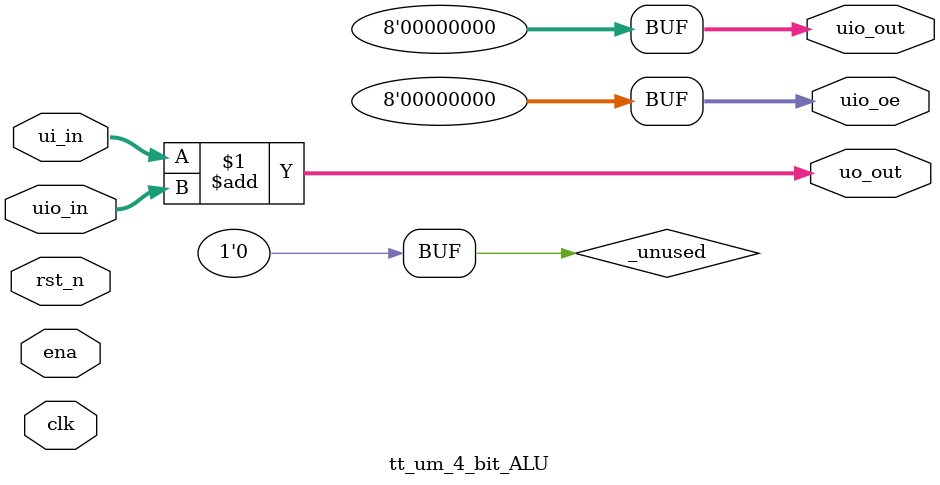
<source format=v>
/*
 * Copyright (c) 2024 Your Name
 * SPDX-License-Identifier: Apache-2.0
 */

`default_nettype none

module tt_um_4_bit_ALU (
    input  wire [7:0] ui_in,    // Dedicated inputs
    output wire [7:0] uo_out,   // Dedicated outputs
    input  wire [7:0] uio_in,   // IOs: Input path
    output wire [7:0] uio_out,  // IOs: Output path
    output wire [7:0] uio_oe,   // IOs: Enable path (active high: 0=input, 1=output)
    input  wire       ena,      // always 1 when the design is powered, so you can ignore it
    input  wire       clk,      // clock
    input  wire       rst_n     // reset_n - low to reset
);

  // All output pins must be assigned. If not used, assign to 0.
  assign uo_out  = ui_in + uio_in;  // Example: ou_out is the sum of ui_in and uio_in
  assign uio_out = 0;
  assign uio_oe  = 0;

  // List all unused inputs to prevent warnings
  wire _unused = &{ena, clk, rst_n, 1'b0};

endmodule

</source>
